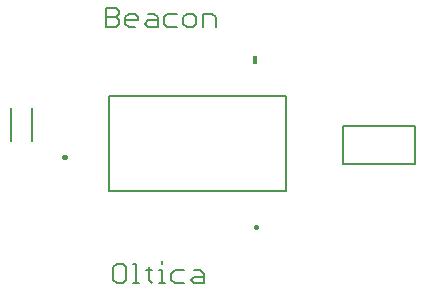
<source format=gto>
G75*
G70*
%OFA0B0*%
%FSLAX24Y24*%
%IPPOS*%
%LPD*%
%AMOC8*
5,1,8,0,0,1.08239X$1,22.5*
%
%ADD10C,0.0060*%
%ADD11C,0.0050*%
%ADD12R,0.0160X0.0280*%
%ADD13C,0.0160*%
%ADD14C,0.0080*%
D10*
X004210Y001119D02*
X004316Y001012D01*
X004530Y001012D01*
X004637Y001119D01*
X004637Y001546D01*
X004530Y001653D01*
X004316Y001653D01*
X004210Y001546D01*
X004210Y001119D01*
X004854Y001012D02*
X005068Y001012D01*
X004961Y001012D02*
X004961Y001653D01*
X004854Y001653D01*
X005284Y001439D02*
X005497Y001439D01*
X005391Y001546D02*
X005391Y001119D01*
X005497Y001012D01*
X005714Y001012D02*
X005927Y001012D01*
X005820Y001012D02*
X005820Y001439D01*
X005714Y001439D01*
X005820Y001653D02*
X005820Y001760D01*
X006143Y001333D02*
X006250Y001439D01*
X006570Y001439D01*
X006895Y001439D02*
X007108Y001439D01*
X007215Y001333D01*
X007215Y001012D01*
X006895Y001012D01*
X006788Y001119D01*
X006895Y001226D01*
X007215Y001226D01*
X006570Y001012D02*
X006250Y001012D01*
X006143Y001119D01*
X006143Y001333D01*
X006002Y009555D02*
X006322Y009555D01*
X006540Y009662D02*
X006647Y009555D01*
X006860Y009555D01*
X006967Y009662D01*
X006967Y009876D01*
X006860Y009982D01*
X006647Y009982D01*
X006540Y009876D01*
X006540Y009662D01*
X006322Y009982D02*
X006002Y009982D01*
X005895Y009876D01*
X005895Y009662D01*
X006002Y009555D01*
X005678Y009555D02*
X005357Y009555D01*
X005251Y009662D01*
X005357Y009769D01*
X005678Y009769D01*
X005678Y009876D02*
X005678Y009555D01*
X005678Y009876D02*
X005571Y009982D01*
X005357Y009982D01*
X005033Y009876D02*
X005033Y009769D01*
X004606Y009769D01*
X004606Y009662D02*
X004606Y009876D01*
X004713Y009982D01*
X004926Y009982D01*
X005033Y009876D01*
X004713Y009555D02*
X004606Y009662D01*
X004713Y009555D02*
X004926Y009555D01*
X004389Y009662D02*
X004282Y009555D01*
X003962Y009555D01*
X003962Y010196D01*
X004282Y010196D01*
X004389Y010089D01*
X004389Y009982D01*
X004282Y009876D01*
X003962Y009876D01*
X004282Y009876D02*
X004389Y009769D01*
X004389Y009662D01*
X007184Y009555D02*
X007184Y009982D01*
X007505Y009982D01*
X007611Y009876D01*
X007611Y009555D01*
D11*
X009963Y007249D02*
X009963Y004100D01*
X004057Y004100D01*
X004057Y007249D01*
X009963Y007249D01*
D12*
X008935Y008461D03*
D13*
X002584Y005223D02*
X002560Y005223D01*
X008948Y002898D02*
X008948Y002874D01*
D14*
X011851Y004969D02*
X011851Y006252D01*
X014271Y006252D01*
X014271Y004969D01*
X011851Y004969D01*
X001506Y005766D02*
X001506Y006866D01*
X000806Y006866D02*
X000806Y005766D01*
M02*

</source>
